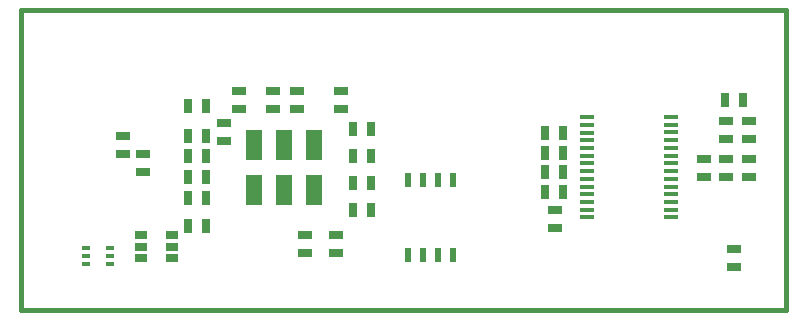
<source format=gbp>
G04 (created by PCBNEW-RS274X (2012-01-19 BZR 3256)-stable) date Wed 20 Feb 2013 03:59:13 PM COT*
G01*
G70*
G90*
%MOIN*%
G04 Gerber Fmt 3.4, Leading zero omitted, Abs format*
%FSLAX34Y34*%
G04 APERTURE LIST*
%ADD10C,0.006000*%
%ADD11C,0.015000*%
%ADD12R,0.025000X0.045000*%
%ADD13R,0.045000X0.025000*%
%ADD14R,0.020000X0.045000*%
%ADD15R,0.055000X0.100000*%
%ADD16R,0.050000X0.016000*%
%ADD17R,0.026000X0.016000*%
%ADD18R,0.039400X0.027200*%
G04 APERTURE END LIST*
G54D10*
G54D11*
X44250Y-31250D02*
X44250Y-21250D01*
X69750Y-31250D02*
X44250Y-31250D01*
X69750Y-21250D02*
X69750Y-31250D01*
X44250Y-21250D02*
X69750Y-21250D01*
G54D12*
X61700Y-27300D03*
X62300Y-27300D03*
G54D13*
X47650Y-26050D03*
X47650Y-25450D03*
X48300Y-26650D03*
X48300Y-26050D03*
X62050Y-27900D03*
X62050Y-28500D03*
X68000Y-29200D03*
X68000Y-29800D03*
X68500Y-26800D03*
X68500Y-26200D03*
X67000Y-26200D03*
X67000Y-26800D03*
X67750Y-24950D03*
X67750Y-25550D03*
X68500Y-24950D03*
X68500Y-25550D03*
G54D12*
X67700Y-24250D03*
X68300Y-24250D03*
G54D13*
X67750Y-26200D03*
X67750Y-26800D03*
G54D12*
X50400Y-28450D03*
X49800Y-28450D03*
X50400Y-27500D03*
X49800Y-27500D03*
X50400Y-26100D03*
X49800Y-26100D03*
X50400Y-25450D03*
X49800Y-25450D03*
X50400Y-24450D03*
X49800Y-24450D03*
G54D13*
X51500Y-23950D03*
X51500Y-24550D03*
X52650Y-23950D03*
X52650Y-24550D03*
X53450Y-23950D03*
X53450Y-24550D03*
X54900Y-23950D03*
X54900Y-24550D03*
G54D12*
X55900Y-25200D03*
X55300Y-25200D03*
X55900Y-27900D03*
X55300Y-27900D03*
G54D13*
X54750Y-29350D03*
X54750Y-28750D03*
X53700Y-29350D03*
X53700Y-28750D03*
G54D12*
X50400Y-26800D03*
X49800Y-26800D03*
X55900Y-26100D03*
X55300Y-26100D03*
X55900Y-27000D03*
X55300Y-27000D03*
G54D14*
X58650Y-26900D03*
X58150Y-26900D03*
X57650Y-26900D03*
X57150Y-26900D03*
X57150Y-29400D03*
X57650Y-29400D03*
X58150Y-29400D03*
X58650Y-29400D03*
G54D12*
X61700Y-26650D03*
X62300Y-26650D03*
X61700Y-25350D03*
X62300Y-25350D03*
X61700Y-26000D03*
X62300Y-26000D03*
G54D13*
X51000Y-25600D03*
X51000Y-25000D03*
G54D15*
X52000Y-25750D03*
X53000Y-25750D03*
X54000Y-25750D03*
X54000Y-27250D03*
X53000Y-27250D03*
X52000Y-27250D03*
G54D16*
X63100Y-28150D03*
X63100Y-27900D03*
X63100Y-27640D03*
X63100Y-27380D03*
X63100Y-27130D03*
X63100Y-26870D03*
X63100Y-26610D03*
X63100Y-26360D03*
X63100Y-26100D03*
X63100Y-25850D03*
X63100Y-25590D03*
X63100Y-25330D03*
X63100Y-25080D03*
X63100Y-24820D03*
X65900Y-24820D03*
X65900Y-25080D03*
X65900Y-25320D03*
X65900Y-25590D03*
X65900Y-25850D03*
X65900Y-26100D03*
X65900Y-26360D03*
X65900Y-26610D03*
X65900Y-26870D03*
X65900Y-27130D03*
X65900Y-27380D03*
X65900Y-27640D03*
X65900Y-27900D03*
X65900Y-28150D03*
G54D17*
X47210Y-29180D03*
X47210Y-29700D03*
X47210Y-29440D03*
X46410Y-29700D03*
X46410Y-29180D03*
X46410Y-29440D03*
G54D18*
X49262Y-28756D03*
X49262Y-29504D03*
X49262Y-29130D03*
X48238Y-29504D03*
X48238Y-28756D03*
X48238Y-29130D03*
M02*

</source>
